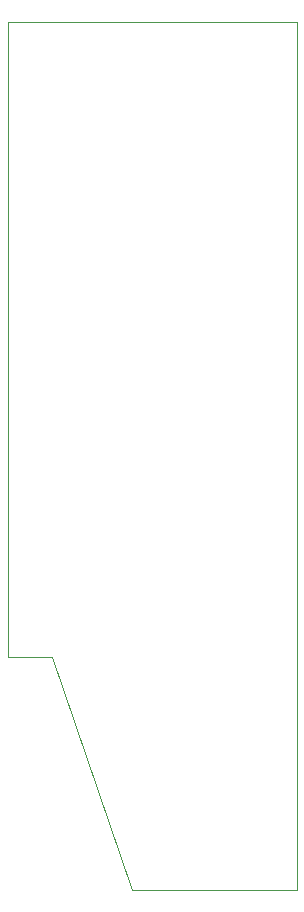
<source format=gbr>
%TF.GenerationSoftware,KiCad,Pcbnew,8.0.8*%
%TF.CreationDate,2025-01-26T19:36:25-06:00*%
%TF.ProjectId,ptSolar-Breakout,7074536f-6c61-4722-9d42-7265616b6f75,rev?*%
%TF.SameCoordinates,Original*%
%TF.FileFunction,Profile,NP*%
%FSLAX46Y46*%
G04 Gerber Fmt 4.6, Leading zero omitted, Abs format (unit mm)*
G04 Created by KiCad (PCBNEW 8.0.8) date 2025-01-26 19:36:25*
%MOMM*%
%LPD*%
G01*
G04 APERTURE LIST*
%TA.AperFunction,Profile*%
%ADD10C,0.050000*%
%TD*%
G04 APERTURE END LIST*
D10*
X153250000Y-141250000D02*
X146500000Y-121500000D01*
X142750000Y-121500000D02*
X142750000Y-67750000D01*
X146500000Y-121500000D02*
X142750000Y-121500000D01*
X167250000Y-67750000D02*
X142750000Y-67750000D01*
X167250000Y-67750000D02*
X167250000Y-141250000D01*
X153250000Y-141250000D02*
X167250000Y-141250000D01*
M02*

</source>
